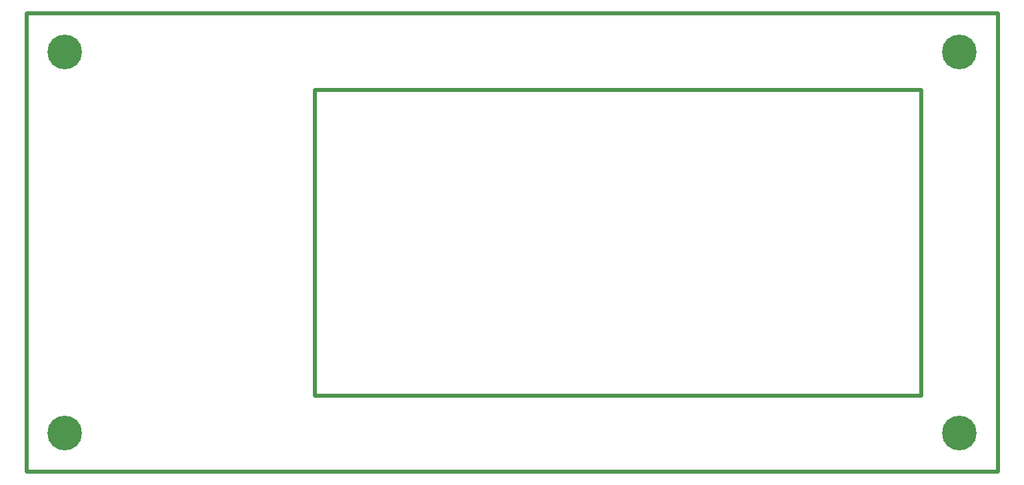
<source format=gbs>
G04 #@! TF.GenerationSoftware,KiCad,Pcbnew,(5.1.10-1-10_14)*
G04 #@! TF.CreationDate,2021-08-18T22:35:38+08:00*
G04 #@! TF.ProjectId,SMP top plate v.2 ,534d5020-746f-4702-9070-6c6174652076,rev?*
G04 #@! TF.SameCoordinates,Original*
G04 #@! TF.FileFunction,Soldermask,Bot*
G04 #@! TF.FilePolarity,Negative*
%FSLAX46Y46*%
G04 Gerber Fmt 4.6, Leading zero omitted, Abs format (unit mm)*
G04 Created by KiCad (PCBNEW (5.1.10-1-10_14)) date 2021-08-18 22:35:38*
%MOMM*%
%LPD*%
G01*
G04 APERTURE LIST*
%ADD10C,0.500000*%
%ADD11C,4.400000*%
%ADD12C,2.600000*%
G04 APERTURE END LIST*
D10*
X193929000Y-129654300D02*
X70650100Y-129654300D01*
X193929000Y-129654300D02*
X193929000Y-71462900D01*
X70650100Y-129654300D02*
X70650100Y-71462900D01*
X193929000Y-71462900D02*
X70650100Y-71462900D01*
X184251600Y-120015000D02*
X107264200Y-120015000D01*
X107264200Y-81153000D02*
X107264200Y-120015000D01*
X107264200Y-81153000D02*
X184251600Y-81153000D01*
X184251600Y-81153000D02*
X184251600Y-120015000D01*
D11*
X189052200Y-124764800D03*
D12*
X189052200Y-124764800D03*
D11*
X189052200Y-76352400D03*
D12*
X189052200Y-76352400D03*
D11*
X75539600Y-124764800D03*
D12*
X75539600Y-124764800D03*
D11*
X75539600Y-76352400D03*
D12*
X75539600Y-76352400D03*
M02*

</source>
